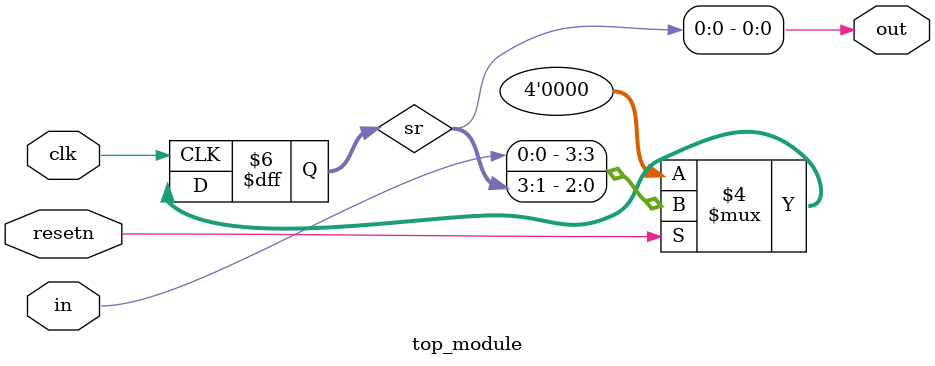
<source format=v>
module top_module (
    input clk,
    input resetn,   // synchronous reset
    input in,
    output out);
    reg [3:0]sr;
    always @(posedge clk) begin
        if(!resetn)
            sr <= 0;
        else
            sr <= {in, sr[3:1]};
    end
    assign out = sr[0];
endmodule

</source>
